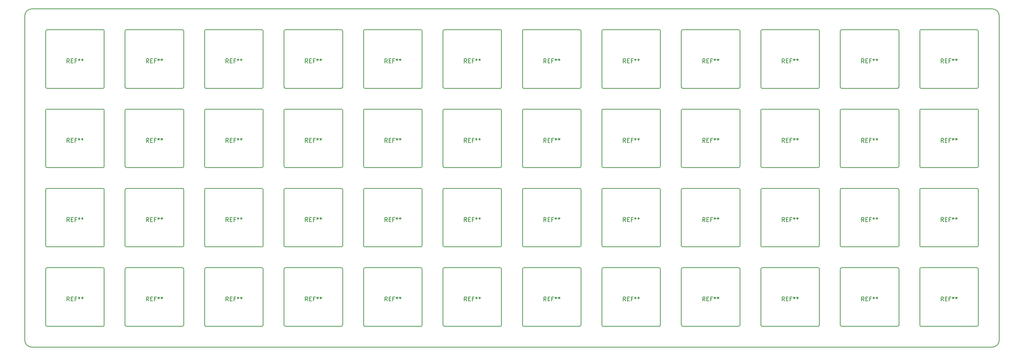
<source format=gm1>
G04 #@! TF.GenerationSoftware,KiCad,Pcbnew,5.0.1*
G04 #@! TF.CreationDate,2019-03-13T00:05:29-03:00*
G04 #@! TF.ProjectId,fullGrid,66756C6C477269642E6B696361645F70,V3.0.7*
G04 #@! TF.SameCoordinates,Original*
G04 #@! TF.FileFunction,Profile,NP*
%FSLAX46Y46*%
G04 Gerber Fmt 4.6, Leading zero omitted, Abs format (unit mm)*
G04 Created by KiCad (PCBNEW 5.0.1) date Wed 13 Mar 2019 12:05:29 AM -03*
%MOMM*%
%LPD*%
G01*
G04 APERTURE LIST*
%ADD10C,0.150000*%
G04 #@! TA.AperFunction,NonConductor*
%ADD11C,0.150000*%
G04 #@! TD*
G04 APERTURE END LIST*
D10*
X31939170Y-64000682D02*
G75*
G02X33720426Y-62219426I1781256J0D01*
G01*
X31939170Y-64000682D02*
X31939170Y-141485318D01*
X33720426Y-143266574D02*
G75*
G02X31939170Y-141485318I0J1781256D01*
G01*
X264986830Y-141485318D02*
X264986830Y-64000682D01*
X264986830Y-141485318D02*
G75*
G02X263205574Y-143266574I-1781256J0D01*
G01*
X263205574Y-62219426D02*
G75*
G02X264986830Y-64000682I0J-1781256D01*
G01*
X33720426Y-143266574D02*
X263205574Y-143266574D01*
X33720426Y-62219426D02*
X263205574Y-62219426D01*
D11*
G04 #@! TO.C,REF\002A\002A*
X151263000Y-100243000D02*
G75*
G02X150963000Y-99943000I0J300000D01*
G01*
X164963000Y-99943000D02*
G75*
G02X164663000Y-100243000I-300000J0D01*
G01*
X164663000Y-86243000D02*
G75*
G02X164963000Y-86543000I0J-300000D01*
G01*
X150963000Y-86543000D02*
G75*
G02X151263000Y-86243000I300000J0D01*
G01*
X164963000Y-99943000D02*
X164963000Y-86543000D01*
X151263000Y-100243000D02*
X164663000Y-100243000D01*
X150963000Y-86543000D02*
X150963000Y-99943000D01*
X164663000Y-86243000D02*
X151263000Y-86243000D01*
X145663000Y-86243000D02*
X132263000Y-86243000D01*
X131963000Y-86543000D02*
X131963000Y-99943000D01*
X132263000Y-100243000D02*
X145663000Y-100243000D01*
X145963000Y-99943000D02*
X145963000Y-86543000D01*
X131963000Y-86543000D02*
G75*
G02X132263000Y-86243000I300000J0D01*
G01*
X145663000Y-86243000D02*
G75*
G02X145963000Y-86543000I0J-300000D01*
G01*
X145963000Y-99943000D02*
G75*
G02X145663000Y-100243000I-300000J0D01*
G01*
X132263000Y-100243000D02*
G75*
G02X131963000Y-99943000I0J300000D01*
G01*
X113263000Y-100243000D02*
G75*
G02X112963000Y-99943000I0J300000D01*
G01*
X126963000Y-99943000D02*
G75*
G02X126663000Y-100243000I-300000J0D01*
G01*
X126663000Y-86243000D02*
G75*
G02X126963000Y-86543000I0J-300000D01*
G01*
X112963000Y-86543000D02*
G75*
G02X113263000Y-86243000I300000J0D01*
G01*
X126963000Y-99943000D02*
X126963000Y-86543000D01*
X113263000Y-100243000D02*
X126663000Y-100243000D01*
X112963000Y-86543000D02*
X112963000Y-99943000D01*
X126663000Y-86243000D02*
X113263000Y-86243000D01*
X107663000Y-86243000D02*
X94263000Y-86243000D01*
X93963000Y-86543000D02*
X93963000Y-99943000D01*
X94263000Y-100243000D02*
X107663000Y-100243000D01*
X107963000Y-99943000D02*
X107963000Y-86543000D01*
X93963000Y-86543000D02*
G75*
G02X94263000Y-86243000I300000J0D01*
G01*
X107663000Y-86243000D02*
G75*
G02X107963000Y-86543000I0J-300000D01*
G01*
X107963000Y-99943000D02*
G75*
G02X107663000Y-100243000I-300000J0D01*
G01*
X94263000Y-100243000D02*
G75*
G02X93963000Y-99943000I0J300000D01*
G01*
X75263000Y-100243000D02*
G75*
G02X74963000Y-99943000I0J300000D01*
G01*
X88963000Y-99943000D02*
G75*
G02X88663000Y-100243000I-300000J0D01*
G01*
X88663000Y-86243000D02*
G75*
G02X88963000Y-86543000I0J-300000D01*
G01*
X74963000Y-86543000D02*
G75*
G02X75263000Y-86243000I300000J0D01*
G01*
X88963000Y-99943000D02*
X88963000Y-86543000D01*
X75263000Y-100243000D02*
X88663000Y-100243000D01*
X74963000Y-86543000D02*
X74963000Y-99943000D01*
X88663000Y-86243000D02*
X75263000Y-86243000D01*
X69663000Y-86243000D02*
X56263000Y-86243000D01*
X55963000Y-86543000D02*
X55963000Y-99943000D01*
X56263000Y-100243000D02*
X69663000Y-100243000D01*
X69963000Y-99943000D02*
X69963000Y-86543000D01*
X55963000Y-86543000D02*
G75*
G02X56263000Y-86243000I300000J0D01*
G01*
X69663000Y-86243000D02*
G75*
G02X69963000Y-86543000I0J-300000D01*
G01*
X69963000Y-99943000D02*
G75*
G02X69663000Y-100243000I-300000J0D01*
G01*
X56263000Y-100243000D02*
G75*
G02X55963000Y-99943000I0J300000D01*
G01*
X37263000Y-100243000D02*
G75*
G02X36963000Y-99943000I0J300000D01*
G01*
X50963000Y-99943000D02*
G75*
G02X50663000Y-100243000I-300000J0D01*
G01*
X50663000Y-86243000D02*
G75*
G02X50963000Y-86543000I0J-300000D01*
G01*
X36963000Y-86543000D02*
G75*
G02X37263000Y-86243000I300000J0D01*
G01*
X50963000Y-99943000D02*
X50963000Y-86543000D01*
X37263000Y-100243000D02*
X50663000Y-100243000D01*
X36963000Y-86543000D02*
X36963000Y-99943000D01*
X50663000Y-86243000D02*
X37263000Y-86243000D01*
X183663000Y-86243000D02*
X170263000Y-86243000D01*
X169963000Y-86543000D02*
X169963000Y-99943000D01*
X170263000Y-100243000D02*
X183663000Y-100243000D01*
X183963000Y-99943000D02*
X183963000Y-86543000D01*
X169963000Y-86543000D02*
G75*
G02X170263000Y-86243000I300000J0D01*
G01*
X183663000Y-86243000D02*
G75*
G02X183963000Y-86543000I0J-300000D01*
G01*
X183963000Y-99943000D02*
G75*
G02X183663000Y-100243000I-300000J0D01*
G01*
X170263000Y-100243000D02*
G75*
G02X169963000Y-99943000I0J300000D01*
G01*
X189263000Y-100243000D02*
G75*
G02X188963000Y-99943000I0J300000D01*
G01*
X202963000Y-99943000D02*
G75*
G02X202663000Y-100243000I-300000J0D01*
G01*
X202663000Y-86243000D02*
G75*
G02X202963000Y-86543000I0J-300000D01*
G01*
X188963000Y-86543000D02*
G75*
G02X189263000Y-86243000I300000J0D01*
G01*
X202963000Y-99943000D02*
X202963000Y-86543000D01*
X189263000Y-100243000D02*
X202663000Y-100243000D01*
X188963000Y-86543000D02*
X188963000Y-99943000D01*
X202663000Y-86243000D02*
X189263000Y-86243000D01*
X221663000Y-86243000D02*
X208263000Y-86243000D01*
X207963000Y-86543000D02*
X207963000Y-99943000D01*
X208263000Y-100243000D02*
X221663000Y-100243000D01*
X221963000Y-99943000D02*
X221963000Y-86543000D01*
X207963000Y-86543000D02*
G75*
G02X208263000Y-86243000I300000J0D01*
G01*
X221663000Y-86243000D02*
G75*
G02X221963000Y-86543000I0J-300000D01*
G01*
X221963000Y-99943000D02*
G75*
G02X221663000Y-100243000I-300000J0D01*
G01*
X208263000Y-100243000D02*
G75*
G02X207963000Y-99943000I0J300000D01*
G01*
X227263000Y-100243000D02*
G75*
G02X226963000Y-99943000I0J300000D01*
G01*
X240963000Y-99943000D02*
G75*
G02X240663000Y-100243000I-300000J0D01*
G01*
X240663000Y-86243000D02*
G75*
G02X240963000Y-86543000I0J-300000D01*
G01*
X226963000Y-86543000D02*
G75*
G02X227263000Y-86243000I300000J0D01*
G01*
X240963000Y-99943000D02*
X240963000Y-86543000D01*
X227263000Y-100243000D02*
X240663000Y-100243000D01*
X226963000Y-86543000D02*
X226963000Y-99943000D01*
X240663000Y-86243000D02*
X227263000Y-86243000D01*
X259663000Y-86243000D02*
X246263000Y-86243000D01*
X245963000Y-86543000D02*
X245963000Y-99943000D01*
X246263000Y-100243000D02*
X259663000Y-100243000D01*
X259963000Y-99943000D02*
X259963000Y-86543000D01*
X245963000Y-86543000D02*
G75*
G02X246263000Y-86243000I300000J0D01*
G01*
X259663000Y-86243000D02*
G75*
G02X259963000Y-86543000I0J-300000D01*
G01*
X259963000Y-99943000D02*
G75*
G02X259663000Y-100243000I-300000J0D01*
G01*
X246263000Y-100243000D02*
G75*
G02X245963000Y-99943000I0J300000D01*
G01*
X50663000Y-67243000D02*
X37263000Y-67243000D01*
X36963000Y-67543000D02*
X36963000Y-80943000D01*
X37263000Y-81243000D02*
X50663000Y-81243000D01*
X50963000Y-80943000D02*
X50963000Y-67543000D01*
X36963000Y-67543000D02*
G75*
G02X37263000Y-67243000I300000J0D01*
G01*
X50663000Y-67243000D02*
G75*
G02X50963000Y-67543000I0J-300000D01*
G01*
X50963000Y-80943000D02*
G75*
G02X50663000Y-81243000I-300000J0D01*
G01*
X37263000Y-81243000D02*
G75*
G02X36963000Y-80943000I0J300000D01*
G01*
X208263000Y-81243000D02*
G75*
G02X207963000Y-80943000I0J300000D01*
G01*
X221963000Y-80943000D02*
G75*
G02X221663000Y-81243000I-300000J0D01*
G01*
X221663000Y-67243000D02*
G75*
G02X221963000Y-67543000I0J-300000D01*
G01*
X207963000Y-67543000D02*
G75*
G02X208263000Y-67243000I300000J0D01*
G01*
X221963000Y-80943000D02*
X221963000Y-67543000D01*
X208263000Y-81243000D02*
X221663000Y-81243000D01*
X207963000Y-67543000D02*
X207963000Y-80943000D01*
X221663000Y-67243000D02*
X208263000Y-67243000D01*
X56263000Y-81243000D02*
G75*
G02X55963000Y-80943000I0J300000D01*
G01*
X69963000Y-80943000D02*
G75*
G02X69663000Y-81243000I-300000J0D01*
G01*
X69663000Y-67243000D02*
G75*
G02X69963000Y-67543000I0J-300000D01*
G01*
X55963000Y-67543000D02*
G75*
G02X56263000Y-67243000I300000J0D01*
G01*
X69963000Y-80943000D02*
X69963000Y-67543000D01*
X56263000Y-81243000D02*
X69663000Y-81243000D01*
X55963000Y-67543000D02*
X55963000Y-80943000D01*
X69663000Y-67243000D02*
X56263000Y-67243000D01*
X88663000Y-67243000D02*
X75263000Y-67243000D01*
X74963000Y-67543000D02*
X74963000Y-80943000D01*
X75263000Y-81243000D02*
X88663000Y-81243000D01*
X88963000Y-80943000D02*
X88963000Y-67543000D01*
X74963000Y-67543000D02*
G75*
G02X75263000Y-67243000I300000J0D01*
G01*
X88663000Y-67243000D02*
G75*
G02X88963000Y-67543000I0J-300000D01*
G01*
X88963000Y-80943000D02*
G75*
G02X88663000Y-81243000I-300000J0D01*
G01*
X75263000Y-81243000D02*
G75*
G02X74963000Y-80943000I0J300000D01*
G01*
X246263000Y-81243000D02*
G75*
G02X245963000Y-80943000I0J300000D01*
G01*
X259963000Y-80943000D02*
G75*
G02X259663000Y-81243000I-300000J0D01*
G01*
X259663000Y-67243000D02*
G75*
G02X259963000Y-67543000I0J-300000D01*
G01*
X245963000Y-67543000D02*
G75*
G02X246263000Y-67243000I300000J0D01*
G01*
X259963000Y-80943000D02*
X259963000Y-67543000D01*
X246263000Y-81243000D02*
X259663000Y-81243000D01*
X245963000Y-67543000D02*
X245963000Y-80943000D01*
X259663000Y-67243000D02*
X246263000Y-67243000D01*
X170263000Y-81243000D02*
G75*
G02X169963000Y-80943000I0J300000D01*
G01*
X183963000Y-80943000D02*
G75*
G02X183663000Y-81243000I-300000J0D01*
G01*
X183663000Y-67243000D02*
G75*
G02X183963000Y-67543000I0J-300000D01*
G01*
X169963000Y-67543000D02*
G75*
G02X170263000Y-67243000I300000J0D01*
G01*
X183963000Y-80943000D02*
X183963000Y-67543000D01*
X170263000Y-81243000D02*
X183663000Y-81243000D01*
X169963000Y-67543000D02*
X169963000Y-80943000D01*
X183663000Y-67243000D02*
X170263000Y-67243000D01*
X202663000Y-67243000D02*
X189263000Y-67243000D01*
X188963000Y-67543000D02*
X188963000Y-80943000D01*
X189263000Y-81243000D02*
X202663000Y-81243000D01*
X202963000Y-80943000D02*
X202963000Y-67543000D01*
X188963000Y-67543000D02*
G75*
G02X189263000Y-67243000I300000J0D01*
G01*
X202663000Y-67243000D02*
G75*
G02X202963000Y-67543000I0J-300000D01*
G01*
X202963000Y-80943000D02*
G75*
G02X202663000Y-81243000I-300000J0D01*
G01*
X189263000Y-81243000D02*
G75*
G02X188963000Y-80943000I0J300000D01*
G01*
X94263000Y-81243000D02*
G75*
G02X93963000Y-80943000I0J300000D01*
G01*
X107963000Y-80943000D02*
G75*
G02X107663000Y-81243000I-300000J0D01*
G01*
X107663000Y-67243000D02*
G75*
G02X107963000Y-67543000I0J-300000D01*
G01*
X93963000Y-67543000D02*
G75*
G02X94263000Y-67243000I300000J0D01*
G01*
X107963000Y-80943000D02*
X107963000Y-67543000D01*
X94263000Y-81243000D02*
X107663000Y-81243000D01*
X93963000Y-67543000D02*
X93963000Y-80943000D01*
X107663000Y-67243000D02*
X94263000Y-67243000D01*
X132263000Y-81243000D02*
G75*
G02X131963000Y-80943000I0J300000D01*
G01*
X145963000Y-80943000D02*
G75*
G02X145663000Y-81243000I-300000J0D01*
G01*
X145663000Y-67243000D02*
G75*
G02X145963000Y-67543000I0J-300000D01*
G01*
X131963000Y-67543000D02*
G75*
G02X132263000Y-67243000I300000J0D01*
G01*
X145963000Y-80943000D02*
X145963000Y-67543000D01*
X132263000Y-81243000D02*
X145663000Y-81243000D01*
X131963000Y-67543000D02*
X131963000Y-80943000D01*
X145663000Y-67243000D02*
X132263000Y-67243000D01*
X164663000Y-67243000D02*
X151263000Y-67243000D01*
X150963000Y-67543000D02*
X150963000Y-80943000D01*
X151263000Y-81243000D02*
X164663000Y-81243000D01*
X164963000Y-80943000D02*
X164963000Y-67543000D01*
X150963000Y-67543000D02*
G75*
G02X151263000Y-67243000I300000J0D01*
G01*
X164663000Y-67243000D02*
G75*
G02X164963000Y-67543000I0J-300000D01*
G01*
X164963000Y-80943000D02*
G75*
G02X164663000Y-81243000I-300000J0D01*
G01*
X151263000Y-81243000D02*
G75*
G02X150963000Y-80943000I0J300000D01*
G01*
X126663000Y-67243000D02*
X113263000Y-67243000D01*
X112963000Y-67543000D02*
X112963000Y-80943000D01*
X113263000Y-81243000D02*
X126663000Y-81243000D01*
X126963000Y-80943000D02*
X126963000Y-67543000D01*
X112963000Y-67543000D02*
G75*
G02X113263000Y-67243000I300000J0D01*
G01*
X126663000Y-67243000D02*
G75*
G02X126963000Y-67543000I0J-300000D01*
G01*
X126963000Y-80943000D02*
G75*
G02X126663000Y-81243000I-300000J0D01*
G01*
X113263000Y-81243000D02*
G75*
G02X112963000Y-80943000I0J300000D01*
G01*
X113263000Y-119243000D02*
G75*
G02X112963000Y-118943000I0J300000D01*
G01*
X126963000Y-118943000D02*
G75*
G02X126663000Y-119243000I-300000J0D01*
G01*
X126663000Y-105243000D02*
G75*
G02X126963000Y-105543000I0J-300000D01*
G01*
X112963000Y-105543000D02*
G75*
G02X113263000Y-105243000I300000J0D01*
G01*
X126963000Y-118943000D02*
X126963000Y-105543000D01*
X113263000Y-119243000D02*
X126663000Y-119243000D01*
X112963000Y-105543000D02*
X112963000Y-118943000D01*
X126663000Y-105243000D02*
X113263000Y-105243000D01*
X221663000Y-105243000D02*
X208263000Y-105243000D01*
X207963000Y-105543000D02*
X207963000Y-118943000D01*
X208263000Y-119243000D02*
X221663000Y-119243000D01*
X221963000Y-118943000D02*
X221963000Y-105543000D01*
X207963000Y-105543000D02*
G75*
G02X208263000Y-105243000I300000J0D01*
G01*
X221663000Y-105243000D02*
G75*
G02X221963000Y-105543000I0J-300000D01*
G01*
X221963000Y-118943000D02*
G75*
G02X221663000Y-119243000I-300000J0D01*
G01*
X208263000Y-119243000D02*
G75*
G02X207963000Y-118943000I0J300000D01*
G01*
X107663000Y-105243000D02*
X94263000Y-105243000D01*
X93963000Y-105543000D02*
X93963000Y-118943000D01*
X94263000Y-119243000D02*
X107663000Y-119243000D01*
X107963000Y-118943000D02*
X107963000Y-105543000D01*
X93963000Y-105543000D02*
G75*
G02X94263000Y-105243000I300000J0D01*
G01*
X107663000Y-105243000D02*
G75*
G02X107963000Y-105543000I0J-300000D01*
G01*
X107963000Y-118943000D02*
G75*
G02X107663000Y-119243000I-300000J0D01*
G01*
X94263000Y-119243000D02*
G75*
G02X93963000Y-118943000I0J300000D01*
G01*
X151263000Y-119243000D02*
G75*
G02X150963000Y-118943000I0J300000D01*
G01*
X164963000Y-118943000D02*
G75*
G02X164663000Y-119243000I-300000J0D01*
G01*
X164663000Y-105243000D02*
G75*
G02X164963000Y-105543000I0J-300000D01*
G01*
X150963000Y-105543000D02*
G75*
G02X151263000Y-105243000I300000J0D01*
G01*
X164963000Y-118943000D02*
X164963000Y-105543000D01*
X151263000Y-119243000D02*
X164663000Y-119243000D01*
X150963000Y-105543000D02*
X150963000Y-118943000D01*
X164663000Y-105243000D02*
X151263000Y-105243000D01*
X145663000Y-105243000D02*
X132263000Y-105243000D01*
X131963000Y-105543000D02*
X131963000Y-118943000D01*
X132263000Y-119243000D02*
X145663000Y-119243000D01*
X145963000Y-118943000D02*
X145963000Y-105543000D01*
X131963000Y-105543000D02*
G75*
G02X132263000Y-105243000I300000J0D01*
G01*
X145663000Y-105243000D02*
G75*
G02X145963000Y-105543000I0J-300000D01*
G01*
X145963000Y-118943000D02*
G75*
G02X145663000Y-119243000I-300000J0D01*
G01*
X132263000Y-119243000D02*
G75*
G02X131963000Y-118943000I0J300000D01*
G01*
X37263000Y-119243000D02*
G75*
G02X36963000Y-118943000I0J300000D01*
G01*
X50963000Y-118943000D02*
G75*
G02X50663000Y-119243000I-300000J0D01*
G01*
X50663000Y-105243000D02*
G75*
G02X50963000Y-105543000I0J-300000D01*
G01*
X36963000Y-105543000D02*
G75*
G02X37263000Y-105243000I300000J0D01*
G01*
X50963000Y-118943000D02*
X50963000Y-105543000D01*
X37263000Y-119243000D02*
X50663000Y-119243000D01*
X36963000Y-105543000D02*
X36963000Y-118943000D01*
X50663000Y-105243000D02*
X37263000Y-105243000D01*
X69663000Y-105243000D02*
X56263000Y-105243000D01*
X55963000Y-105543000D02*
X55963000Y-118943000D01*
X56263000Y-119243000D02*
X69663000Y-119243000D01*
X69963000Y-118943000D02*
X69963000Y-105543000D01*
X55963000Y-105543000D02*
G75*
G02X56263000Y-105243000I300000J0D01*
G01*
X69663000Y-105243000D02*
G75*
G02X69963000Y-105543000I0J-300000D01*
G01*
X69963000Y-118943000D02*
G75*
G02X69663000Y-119243000I-300000J0D01*
G01*
X56263000Y-119243000D02*
G75*
G02X55963000Y-118943000I0J300000D01*
G01*
X183663000Y-105243000D02*
X170263000Y-105243000D01*
X169963000Y-105543000D02*
X169963000Y-118943000D01*
X170263000Y-119243000D02*
X183663000Y-119243000D01*
X183963000Y-118943000D02*
X183963000Y-105543000D01*
X169963000Y-105543000D02*
G75*
G02X170263000Y-105243000I300000J0D01*
G01*
X183663000Y-105243000D02*
G75*
G02X183963000Y-105543000I0J-300000D01*
G01*
X183963000Y-118943000D02*
G75*
G02X183663000Y-119243000I-300000J0D01*
G01*
X170263000Y-119243000D02*
G75*
G02X169963000Y-118943000I0J300000D01*
G01*
X75263000Y-119243000D02*
G75*
G02X74963000Y-118943000I0J300000D01*
G01*
X88963000Y-118943000D02*
G75*
G02X88663000Y-119243000I-300000J0D01*
G01*
X88663000Y-105243000D02*
G75*
G02X88963000Y-105543000I0J-300000D01*
G01*
X74963000Y-105543000D02*
G75*
G02X75263000Y-105243000I300000J0D01*
G01*
X88963000Y-118943000D02*
X88963000Y-105543000D01*
X75263000Y-119243000D02*
X88663000Y-119243000D01*
X74963000Y-105543000D02*
X74963000Y-118943000D01*
X88663000Y-105243000D02*
X75263000Y-105243000D01*
X259663000Y-105243000D02*
X246263000Y-105243000D01*
X245963000Y-105543000D02*
X245963000Y-118943000D01*
X246263000Y-119243000D02*
X259663000Y-119243000D01*
X259963000Y-118943000D02*
X259963000Y-105543000D01*
X245963000Y-105543000D02*
G75*
G02X246263000Y-105243000I300000J0D01*
G01*
X259663000Y-105243000D02*
G75*
G02X259963000Y-105543000I0J-300000D01*
G01*
X259963000Y-118943000D02*
G75*
G02X259663000Y-119243000I-300000J0D01*
G01*
X246263000Y-119243000D02*
G75*
G02X245963000Y-118943000I0J300000D01*
G01*
X189263000Y-119243000D02*
G75*
G02X188963000Y-118943000I0J300000D01*
G01*
X202963000Y-118943000D02*
G75*
G02X202663000Y-119243000I-300000J0D01*
G01*
X202663000Y-105243000D02*
G75*
G02X202963000Y-105543000I0J-300000D01*
G01*
X188963000Y-105543000D02*
G75*
G02X189263000Y-105243000I300000J0D01*
G01*
X202963000Y-118943000D02*
X202963000Y-105543000D01*
X189263000Y-119243000D02*
X202663000Y-119243000D01*
X188963000Y-105543000D02*
X188963000Y-118943000D01*
X202663000Y-105243000D02*
X189263000Y-105243000D01*
X50663000Y-124243000D02*
X37263000Y-124243000D01*
X36963000Y-124543000D02*
X36963000Y-137943000D01*
X37263000Y-138243000D02*
X50663000Y-138243000D01*
X50963000Y-137943000D02*
X50963000Y-124543000D01*
X36963000Y-124543000D02*
G75*
G02X37263000Y-124243000I300000J0D01*
G01*
X50663000Y-124243000D02*
G75*
G02X50963000Y-124543000I0J-300000D01*
G01*
X50963000Y-137943000D02*
G75*
G02X50663000Y-138243000I-300000J0D01*
G01*
X37263000Y-138243000D02*
G75*
G02X36963000Y-137943000I0J300000D01*
G01*
X56263000Y-138243000D02*
G75*
G02X55963000Y-137943000I0J300000D01*
G01*
X69963000Y-137943000D02*
G75*
G02X69663000Y-138243000I-300000J0D01*
G01*
X69663000Y-124243000D02*
G75*
G02X69963000Y-124543000I0J-300000D01*
G01*
X55963000Y-124543000D02*
G75*
G02X56263000Y-124243000I300000J0D01*
G01*
X69963000Y-137943000D02*
X69963000Y-124543000D01*
X56263000Y-138243000D02*
X69663000Y-138243000D01*
X55963000Y-124543000D02*
X55963000Y-137943000D01*
X69663000Y-124243000D02*
X56263000Y-124243000D01*
X208263000Y-138243000D02*
G75*
G02X207963000Y-137943000I0J300000D01*
G01*
X221963000Y-137943000D02*
G75*
G02X221663000Y-138243000I-300000J0D01*
G01*
X221663000Y-124243000D02*
G75*
G02X221963000Y-124543000I0J-300000D01*
G01*
X207963000Y-124543000D02*
G75*
G02X208263000Y-124243000I300000J0D01*
G01*
X221963000Y-137943000D02*
X221963000Y-124543000D01*
X208263000Y-138243000D02*
X221663000Y-138243000D01*
X207963000Y-124543000D02*
X207963000Y-137943000D01*
X221663000Y-124243000D02*
X208263000Y-124243000D01*
X126663000Y-124243000D02*
X113263000Y-124243000D01*
X112963000Y-124543000D02*
X112963000Y-137943000D01*
X113263000Y-138243000D02*
X126663000Y-138243000D01*
X126963000Y-137943000D02*
X126963000Y-124543000D01*
X112963000Y-124543000D02*
G75*
G02X113263000Y-124243000I300000J0D01*
G01*
X126663000Y-124243000D02*
G75*
G02X126963000Y-124543000I0J-300000D01*
G01*
X126963000Y-137943000D02*
G75*
G02X126663000Y-138243000I-300000J0D01*
G01*
X113263000Y-138243000D02*
G75*
G02X112963000Y-137943000I0J300000D01*
G01*
X94263000Y-138243000D02*
G75*
G02X93963000Y-137943000I0J300000D01*
G01*
X107963000Y-137943000D02*
G75*
G02X107663000Y-138243000I-300000J0D01*
G01*
X107663000Y-124243000D02*
G75*
G02X107963000Y-124543000I0J-300000D01*
G01*
X93963000Y-124543000D02*
G75*
G02X94263000Y-124243000I300000J0D01*
G01*
X107963000Y-137943000D02*
X107963000Y-124543000D01*
X94263000Y-138243000D02*
X107663000Y-138243000D01*
X93963000Y-124543000D02*
X93963000Y-137943000D01*
X107663000Y-124243000D02*
X94263000Y-124243000D01*
X132263000Y-138243000D02*
G75*
G02X131963000Y-137943000I0J300000D01*
G01*
X145963000Y-137943000D02*
G75*
G02X145663000Y-138243000I-300000J0D01*
G01*
X145663000Y-124243000D02*
G75*
G02X145963000Y-124543000I0J-300000D01*
G01*
X131963000Y-124543000D02*
G75*
G02X132263000Y-124243000I300000J0D01*
G01*
X145963000Y-137943000D02*
X145963000Y-124543000D01*
X132263000Y-138243000D02*
X145663000Y-138243000D01*
X131963000Y-124543000D02*
X131963000Y-137943000D01*
X145663000Y-124243000D02*
X132263000Y-124243000D01*
X170263000Y-138243000D02*
G75*
G02X169963000Y-137943000I0J300000D01*
G01*
X183963000Y-137943000D02*
G75*
G02X183663000Y-138243000I-300000J0D01*
G01*
X183663000Y-124243000D02*
G75*
G02X183963000Y-124543000I0J-300000D01*
G01*
X169963000Y-124543000D02*
G75*
G02X170263000Y-124243000I300000J0D01*
G01*
X183963000Y-137943000D02*
X183963000Y-124543000D01*
X170263000Y-138243000D02*
X183663000Y-138243000D01*
X169963000Y-124543000D02*
X169963000Y-137943000D01*
X183663000Y-124243000D02*
X170263000Y-124243000D01*
X202663000Y-124243000D02*
X189263000Y-124243000D01*
X188963000Y-124543000D02*
X188963000Y-137943000D01*
X189263000Y-138243000D02*
X202663000Y-138243000D01*
X202963000Y-137943000D02*
X202963000Y-124543000D01*
X188963000Y-124543000D02*
G75*
G02X189263000Y-124243000I300000J0D01*
G01*
X202663000Y-124243000D02*
G75*
G02X202963000Y-124543000I0J-300000D01*
G01*
X202963000Y-137943000D02*
G75*
G02X202663000Y-138243000I-300000J0D01*
G01*
X189263000Y-138243000D02*
G75*
G02X188963000Y-137943000I0J300000D01*
G01*
X164663000Y-124243000D02*
X151263000Y-124243000D01*
X150963000Y-124543000D02*
X150963000Y-137943000D01*
X151263000Y-138243000D02*
X164663000Y-138243000D01*
X164963000Y-137943000D02*
X164963000Y-124543000D01*
X150963000Y-124543000D02*
G75*
G02X151263000Y-124243000I300000J0D01*
G01*
X164663000Y-124243000D02*
G75*
G02X164963000Y-124543000I0J-300000D01*
G01*
X164963000Y-137943000D02*
G75*
G02X164663000Y-138243000I-300000J0D01*
G01*
X151263000Y-138243000D02*
G75*
G02X150963000Y-137943000I0J300000D01*
G01*
X246263000Y-138243000D02*
G75*
G02X245963000Y-137943000I0J300000D01*
G01*
X259963000Y-137943000D02*
G75*
G02X259663000Y-138243000I-300000J0D01*
G01*
X259663000Y-124243000D02*
G75*
G02X259963000Y-124543000I0J-300000D01*
G01*
X245963000Y-124543000D02*
G75*
G02X246263000Y-124243000I300000J0D01*
G01*
X259963000Y-137943000D02*
X259963000Y-124543000D01*
X246263000Y-138243000D02*
X259663000Y-138243000D01*
X245963000Y-124543000D02*
X245963000Y-137943000D01*
X259663000Y-124243000D02*
X246263000Y-124243000D01*
X88663000Y-124243000D02*
X75263000Y-124243000D01*
X74963000Y-124543000D02*
X74963000Y-137943000D01*
X75263000Y-138243000D02*
X88663000Y-138243000D01*
X88963000Y-137943000D02*
X88963000Y-124543000D01*
X74963000Y-124543000D02*
G75*
G02X75263000Y-124243000I300000J0D01*
G01*
X88663000Y-124243000D02*
G75*
G02X88963000Y-124543000I0J-300000D01*
G01*
X88963000Y-137943000D02*
G75*
G02X88663000Y-138243000I-300000J0D01*
G01*
X75263000Y-138243000D02*
G75*
G02X74963000Y-137943000I0J300000D01*
G01*
X240663000Y-67243000D02*
X227263000Y-67243000D01*
X226963000Y-67543000D02*
X226963000Y-80943000D01*
X227263000Y-81243000D02*
X240663000Y-81243000D01*
X240963000Y-80943000D02*
X240963000Y-67543000D01*
X226963000Y-67543000D02*
G75*
G02X227263000Y-67243000I300000J0D01*
G01*
X240663000Y-67243000D02*
G75*
G02X240963000Y-67543000I0J-300000D01*
G01*
X240963000Y-80943000D02*
G75*
G02X240663000Y-81243000I-300000J0D01*
G01*
X227263000Y-81243000D02*
G75*
G02X226963000Y-80943000I0J300000D01*
G01*
X227263000Y-119243000D02*
G75*
G02X226963000Y-118943000I0J300000D01*
G01*
X240963000Y-118943000D02*
G75*
G02X240663000Y-119243000I-300000J0D01*
G01*
X240663000Y-105243000D02*
G75*
G02X240963000Y-105543000I0J-300000D01*
G01*
X226963000Y-105543000D02*
G75*
G02X227263000Y-105243000I300000J0D01*
G01*
X240963000Y-118943000D02*
X240963000Y-105543000D01*
X227263000Y-119243000D02*
X240663000Y-119243000D01*
X226963000Y-105543000D02*
X226963000Y-118943000D01*
X240663000Y-105243000D02*
X227263000Y-105243000D01*
X240663000Y-124243000D02*
X227263000Y-124243000D01*
X226963000Y-124543000D02*
X226963000Y-137943000D01*
X227263000Y-138243000D02*
X240663000Y-138243000D01*
X240963000Y-137943000D02*
X240963000Y-124543000D01*
X226963000Y-124543000D02*
G75*
G02X227263000Y-124243000I300000J0D01*
G01*
X240663000Y-124243000D02*
G75*
G02X240963000Y-124543000I0J-300000D01*
G01*
X240963000Y-137943000D02*
G75*
G02X240663000Y-138243000I-300000J0D01*
G01*
X227263000Y-138243000D02*
G75*
G02X226963000Y-137943000I0J300000D01*
G01*
G04 #@! TD*
G04 #@! TO.C,REF\002A\002A*
D10*
X156629666Y-94195380D02*
X156296333Y-93719190D01*
X156058238Y-94195380D02*
X156058238Y-93195380D01*
X156439190Y-93195380D01*
X156534428Y-93243000D01*
X156582047Y-93290619D01*
X156629666Y-93385857D01*
X156629666Y-93528714D01*
X156582047Y-93623952D01*
X156534428Y-93671571D01*
X156439190Y-93719190D01*
X156058238Y-93719190D01*
X157058238Y-93671571D02*
X157391571Y-93671571D01*
X157534428Y-94195380D02*
X157058238Y-94195380D01*
X157058238Y-93195380D01*
X157534428Y-93195380D01*
X158296333Y-93671571D02*
X157963000Y-93671571D01*
X157963000Y-94195380D02*
X157963000Y-93195380D01*
X158439190Y-93195380D01*
X158963000Y-93195380D02*
X158963000Y-93433476D01*
X158724904Y-93338238D02*
X158963000Y-93433476D01*
X159201095Y-93338238D01*
X158820142Y-93623952D02*
X158963000Y-93433476D01*
X159105857Y-93623952D01*
X159724904Y-93195380D02*
X159724904Y-93433476D01*
X159486809Y-93338238D02*
X159724904Y-93433476D01*
X159963000Y-93338238D01*
X159582047Y-93623952D02*
X159724904Y-93433476D01*
X159867761Y-93623952D01*
X137629666Y-94195380D02*
X137296333Y-93719190D01*
X137058238Y-94195380D02*
X137058238Y-93195380D01*
X137439190Y-93195380D01*
X137534428Y-93243000D01*
X137582047Y-93290619D01*
X137629666Y-93385857D01*
X137629666Y-93528714D01*
X137582047Y-93623952D01*
X137534428Y-93671571D01*
X137439190Y-93719190D01*
X137058238Y-93719190D01*
X138058238Y-93671571D02*
X138391571Y-93671571D01*
X138534428Y-94195380D02*
X138058238Y-94195380D01*
X138058238Y-93195380D01*
X138534428Y-93195380D01*
X139296333Y-93671571D02*
X138963000Y-93671571D01*
X138963000Y-94195380D02*
X138963000Y-93195380D01*
X139439190Y-93195380D01*
X139963000Y-93195380D02*
X139963000Y-93433476D01*
X139724904Y-93338238D02*
X139963000Y-93433476D01*
X140201095Y-93338238D01*
X139820142Y-93623952D02*
X139963000Y-93433476D01*
X140105857Y-93623952D01*
X140724904Y-93195380D02*
X140724904Y-93433476D01*
X140486809Y-93338238D02*
X140724904Y-93433476D01*
X140963000Y-93338238D01*
X140582047Y-93623952D02*
X140724904Y-93433476D01*
X140867761Y-93623952D01*
X118629666Y-94195380D02*
X118296333Y-93719190D01*
X118058238Y-94195380D02*
X118058238Y-93195380D01*
X118439190Y-93195380D01*
X118534428Y-93243000D01*
X118582047Y-93290619D01*
X118629666Y-93385857D01*
X118629666Y-93528714D01*
X118582047Y-93623952D01*
X118534428Y-93671571D01*
X118439190Y-93719190D01*
X118058238Y-93719190D01*
X119058238Y-93671571D02*
X119391571Y-93671571D01*
X119534428Y-94195380D02*
X119058238Y-94195380D01*
X119058238Y-93195380D01*
X119534428Y-93195380D01*
X120296333Y-93671571D02*
X119963000Y-93671571D01*
X119963000Y-94195380D02*
X119963000Y-93195380D01*
X120439190Y-93195380D01*
X120963000Y-93195380D02*
X120963000Y-93433476D01*
X120724904Y-93338238D02*
X120963000Y-93433476D01*
X121201095Y-93338238D01*
X120820142Y-93623952D02*
X120963000Y-93433476D01*
X121105857Y-93623952D01*
X121724904Y-93195380D02*
X121724904Y-93433476D01*
X121486809Y-93338238D02*
X121724904Y-93433476D01*
X121963000Y-93338238D01*
X121582047Y-93623952D02*
X121724904Y-93433476D01*
X121867761Y-93623952D01*
X99629666Y-94195380D02*
X99296333Y-93719190D01*
X99058238Y-94195380D02*
X99058238Y-93195380D01*
X99439190Y-93195380D01*
X99534428Y-93243000D01*
X99582047Y-93290619D01*
X99629666Y-93385857D01*
X99629666Y-93528714D01*
X99582047Y-93623952D01*
X99534428Y-93671571D01*
X99439190Y-93719190D01*
X99058238Y-93719190D01*
X100058238Y-93671571D02*
X100391571Y-93671571D01*
X100534428Y-94195380D02*
X100058238Y-94195380D01*
X100058238Y-93195380D01*
X100534428Y-93195380D01*
X101296333Y-93671571D02*
X100963000Y-93671571D01*
X100963000Y-94195380D02*
X100963000Y-93195380D01*
X101439190Y-93195380D01*
X101963000Y-93195380D02*
X101963000Y-93433476D01*
X101724904Y-93338238D02*
X101963000Y-93433476D01*
X102201095Y-93338238D01*
X101820142Y-93623952D02*
X101963000Y-93433476D01*
X102105857Y-93623952D01*
X102724904Y-93195380D02*
X102724904Y-93433476D01*
X102486809Y-93338238D02*
X102724904Y-93433476D01*
X102963000Y-93338238D01*
X102582047Y-93623952D02*
X102724904Y-93433476D01*
X102867761Y-93623952D01*
X80629666Y-94195380D02*
X80296333Y-93719190D01*
X80058238Y-94195380D02*
X80058238Y-93195380D01*
X80439190Y-93195380D01*
X80534428Y-93243000D01*
X80582047Y-93290619D01*
X80629666Y-93385857D01*
X80629666Y-93528714D01*
X80582047Y-93623952D01*
X80534428Y-93671571D01*
X80439190Y-93719190D01*
X80058238Y-93719190D01*
X81058238Y-93671571D02*
X81391571Y-93671571D01*
X81534428Y-94195380D02*
X81058238Y-94195380D01*
X81058238Y-93195380D01*
X81534428Y-93195380D01*
X82296333Y-93671571D02*
X81963000Y-93671571D01*
X81963000Y-94195380D02*
X81963000Y-93195380D01*
X82439190Y-93195380D01*
X82963000Y-93195380D02*
X82963000Y-93433476D01*
X82724904Y-93338238D02*
X82963000Y-93433476D01*
X83201095Y-93338238D01*
X82820142Y-93623952D02*
X82963000Y-93433476D01*
X83105857Y-93623952D01*
X83724904Y-93195380D02*
X83724904Y-93433476D01*
X83486809Y-93338238D02*
X83724904Y-93433476D01*
X83963000Y-93338238D01*
X83582047Y-93623952D02*
X83724904Y-93433476D01*
X83867761Y-93623952D01*
X61629666Y-94195380D02*
X61296333Y-93719190D01*
X61058238Y-94195380D02*
X61058238Y-93195380D01*
X61439190Y-93195380D01*
X61534428Y-93243000D01*
X61582047Y-93290619D01*
X61629666Y-93385857D01*
X61629666Y-93528714D01*
X61582047Y-93623952D01*
X61534428Y-93671571D01*
X61439190Y-93719190D01*
X61058238Y-93719190D01*
X62058238Y-93671571D02*
X62391571Y-93671571D01*
X62534428Y-94195380D02*
X62058238Y-94195380D01*
X62058238Y-93195380D01*
X62534428Y-93195380D01*
X63296333Y-93671571D02*
X62963000Y-93671571D01*
X62963000Y-94195380D02*
X62963000Y-93195380D01*
X63439190Y-93195380D01*
X63963000Y-93195380D02*
X63963000Y-93433476D01*
X63724904Y-93338238D02*
X63963000Y-93433476D01*
X64201095Y-93338238D01*
X63820142Y-93623952D02*
X63963000Y-93433476D01*
X64105857Y-93623952D01*
X64724904Y-93195380D02*
X64724904Y-93433476D01*
X64486809Y-93338238D02*
X64724904Y-93433476D01*
X64963000Y-93338238D01*
X64582047Y-93623952D02*
X64724904Y-93433476D01*
X64867761Y-93623952D01*
X42629666Y-94195380D02*
X42296333Y-93719190D01*
X42058238Y-94195380D02*
X42058238Y-93195380D01*
X42439190Y-93195380D01*
X42534428Y-93243000D01*
X42582047Y-93290619D01*
X42629666Y-93385857D01*
X42629666Y-93528714D01*
X42582047Y-93623952D01*
X42534428Y-93671571D01*
X42439190Y-93719190D01*
X42058238Y-93719190D01*
X43058238Y-93671571D02*
X43391571Y-93671571D01*
X43534428Y-94195380D02*
X43058238Y-94195380D01*
X43058238Y-93195380D01*
X43534428Y-93195380D01*
X44296333Y-93671571D02*
X43963000Y-93671571D01*
X43963000Y-94195380D02*
X43963000Y-93195380D01*
X44439190Y-93195380D01*
X44963000Y-93195380D02*
X44963000Y-93433476D01*
X44724904Y-93338238D02*
X44963000Y-93433476D01*
X45201095Y-93338238D01*
X44820142Y-93623952D02*
X44963000Y-93433476D01*
X45105857Y-93623952D01*
X45724904Y-93195380D02*
X45724904Y-93433476D01*
X45486809Y-93338238D02*
X45724904Y-93433476D01*
X45963000Y-93338238D01*
X45582047Y-93623952D02*
X45724904Y-93433476D01*
X45867761Y-93623952D01*
X175629666Y-94195380D02*
X175296333Y-93719190D01*
X175058238Y-94195380D02*
X175058238Y-93195380D01*
X175439190Y-93195380D01*
X175534428Y-93243000D01*
X175582047Y-93290619D01*
X175629666Y-93385857D01*
X175629666Y-93528714D01*
X175582047Y-93623952D01*
X175534428Y-93671571D01*
X175439190Y-93719190D01*
X175058238Y-93719190D01*
X176058238Y-93671571D02*
X176391571Y-93671571D01*
X176534428Y-94195380D02*
X176058238Y-94195380D01*
X176058238Y-93195380D01*
X176534428Y-93195380D01*
X177296333Y-93671571D02*
X176963000Y-93671571D01*
X176963000Y-94195380D02*
X176963000Y-93195380D01*
X177439190Y-93195380D01*
X177963000Y-93195380D02*
X177963000Y-93433476D01*
X177724904Y-93338238D02*
X177963000Y-93433476D01*
X178201095Y-93338238D01*
X177820142Y-93623952D02*
X177963000Y-93433476D01*
X178105857Y-93623952D01*
X178724904Y-93195380D02*
X178724904Y-93433476D01*
X178486809Y-93338238D02*
X178724904Y-93433476D01*
X178963000Y-93338238D01*
X178582047Y-93623952D02*
X178724904Y-93433476D01*
X178867761Y-93623952D01*
X194629666Y-94195380D02*
X194296333Y-93719190D01*
X194058238Y-94195380D02*
X194058238Y-93195380D01*
X194439190Y-93195380D01*
X194534428Y-93243000D01*
X194582047Y-93290619D01*
X194629666Y-93385857D01*
X194629666Y-93528714D01*
X194582047Y-93623952D01*
X194534428Y-93671571D01*
X194439190Y-93719190D01*
X194058238Y-93719190D01*
X195058238Y-93671571D02*
X195391571Y-93671571D01*
X195534428Y-94195380D02*
X195058238Y-94195380D01*
X195058238Y-93195380D01*
X195534428Y-93195380D01*
X196296333Y-93671571D02*
X195963000Y-93671571D01*
X195963000Y-94195380D02*
X195963000Y-93195380D01*
X196439190Y-93195380D01*
X196963000Y-93195380D02*
X196963000Y-93433476D01*
X196724904Y-93338238D02*
X196963000Y-93433476D01*
X197201095Y-93338238D01*
X196820142Y-93623952D02*
X196963000Y-93433476D01*
X197105857Y-93623952D01*
X197724904Y-93195380D02*
X197724904Y-93433476D01*
X197486809Y-93338238D02*
X197724904Y-93433476D01*
X197963000Y-93338238D01*
X197582047Y-93623952D02*
X197724904Y-93433476D01*
X197867761Y-93623952D01*
X213629666Y-94195380D02*
X213296333Y-93719190D01*
X213058238Y-94195380D02*
X213058238Y-93195380D01*
X213439190Y-93195380D01*
X213534428Y-93243000D01*
X213582047Y-93290619D01*
X213629666Y-93385857D01*
X213629666Y-93528714D01*
X213582047Y-93623952D01*
X213534428Y-93671571D01*
X213439190Y-93719190D01*
X213058238Y-93719190D01*
X214058238Y-93671571D02*
X214391571Y-93671571D01*
X214534428Y-94195380D02*
X214058238Y-94195380D01*
X214058238Y-93195380D01*
X214534428Y-93195380D01*
X215296333Y-93671571D02*
X214963000Y-93671571D01*
X214963000Y-94195380D02*
X214963000Y-93195380D01*
X215439190Y-93195380D01*
X215963000Y-93195380D02*
X215963000Y-93433476D01*
X215724904Y-93338238D02*
X215963000Y-93433476D01*
X216201095Y-93338238D01*
X215820142Y-93623952D02*
X215963000Y-93433476D01*
X216105857Y-93623952D01*
X216724904Y-93195380D02*
X216724904Y-93433476D01*
X216486809Y-93338238D02*
X216724904Y-93433476D01*
X216963000Y-93338238D01*
X216582047Y-93623952D02*
X216724904Y-93433476D01*
X216867761Y-93623952D01*
X232629666Y-94195380D02*
X232296333Y-93719190D01*
X232058238Y-94195380D02*
X232058238Y-93195380D01*
X232439190Y-93195380D01*
X232534428Y-93243000D01*
X232582047Y-93290619D01*
X232629666Y-93385857D01*
X232629666Y-93528714D01*
X232582047Y-93623952D01*
X232534428Y-93671571D01*
X232439190Y-93719190D01*
X232058238Y-93719190D01*
X233058238Y-93671571D02*
X233391571Y-93671571D01*
X233534428Y-94195380D02*
X233058238Y-94195380D01*
X233058238Y-93195380D01*
X233534428Y-93195380D01*
X234296333Y-93671571D02*
X233963000Y-93671571D01*
X233963000Y-94195380D02*
X233963000Y-93195380D01*
X234439190Y-93195380D01*
X234963000Y-93195380D02*
X234963000Y-93433476D01*
X234724904Y-93338238D02*
X234963000Y-93433476D01*
X235201095Y-93338238D01*
X234820142Y-93623952D02*
X234963000Y-93433476D01*
X235105857Y-93623952D01*
X235724904Y-93195380D02*
X235724904Y-93433476D01*
X235486809Y-93338238D02*
X235724904Y-93433476D01*
X235963000Y-93338238D01*
X235582047Y-93623952D02*
X235724904Y-93433476D01*
X235867761Y-93623952D01*
X251629666Y-94195380D02*
X251296333Y-93719190D01*
X251058238Y-94195380D02*
X251058238Y-93195380D01*
X251439190Y-93195380D01*
X251534428Y-93243000D01*
X251582047Y-93290619D01*
X251629666Y-93385857D01*
X251629666Y-93528714D01*
X251582047Y-93623952D01*
X251534428Y-93671571D01*
X251439190Y-93719190D01*
X251058238Y-93719190D01*
X252058238Y-93671571D02*
X252391571Y-93671571D01*
X252534428Y-94195380D02*
X252058238Y-94195380D01*
X252058238Y-93195380D01*
X252534428Y-93195380D01*
X253296333Y-93671571D02*
X252963000Y-93671571D01*
X252963000Y-94195380D02*
X252963000Y-93195380D01*
X253439190Y-93195380D01*
X253963000Y-93195380D02*
X253963000Y-93433476D01*
X253724904Y-93338238D02*
X253963000Y-93433476D01*
X254201095Y-93338238D01*
X253820142Y-93623952D02*
X253963000Y-93433476D01*
X254105857Y-93623952D01*
X254724904Y-93195380D02*
X254724904Y-93433476D01*
X254486809Y-93338238D02*
X254724904Y-93433476D01*
X254963000Y-93338238D01*
X254582047Y-93623952D02*
X254724904Y-93433476D01*
X254867761Y-93623952D01*
X42629666Y-75195380D02*
X42296333Y-74719190D01*
X42058238Y-75195380D02*
X42058238Y-74195380D01*
X42439190Y-74195380D01*
X42534428Y-74243000D01*
X42582047Y-74290619D01*
X42629666Y-74385857D01*
X42629666Y-74528714D01*
X42582047Y-74623952D01*
X42534428Y-74671571D01*
X42439190Y-74719190D01*
X42058238Y-74719190D01*
X43058238Y-74671571D02*
X43391571Y-74671571D01*
X43534428Y-75195380D02*
X43058238Y-75195380D01*
X43058238Y-74195380D01*
X43534428Y-74195380D01*
X44296333Y-74671571D02*
X43963000Y-74671571D01*
X43963000Y-75195380D02*
X43963000Y-74195380D01*
X44439190Y-74195380D01*
X44963000Y-74195380D02*
X44963000Y-74433476D01*
X44724904Y-74338238D02*
X44963000Y-74433476D01*
X45201095Y-74338238D01*
X44820142Y-74623952D02*
X44963000Y-74433476D01*
X45105857Y-74623952D01*
X45724904Y-74195380D02*
X45724904Y-74433476D01*
X45486809Y-74338238D02*
X45724904Y-74433476D01*
X45963000Y-74338238D01*
X45582047Y-74623952D02*
X45724904Y-74433476D01*
X45867761Y-74623952D01*
X213629666Y-75195380D02*
X213296333Y-74719190D01*
X213058238Y-75195380D02*
X213058238Y-74195380D01*
X213439190Y-74195380D01*
X213534428Y-74243000D01*
X213582047Y-74290619D01*
X213629666Y-74385857D01*
X213629666Y-74528714D01*
X213582047Y-74623952D01*
X213534428Y-74671571D01*
X213439190Y-74719190D01*
X213058238Y-74719190D01*
X214058238Y-74671571D02*
X214391571Y-74671571D01*
X214534428Y-75195380D02*
X214058238Y-75195380D01*
X214058238Y-74195380D01*
X214534428Y-74195380D01*
X215296333Y-74671571D02*
X214963000Y-74671571D01*
X214963000Y-75195380D02*
X214963000Y-74195380D01*
X215439190Y-74195380D01*
X215963000Y-74195380D02*
X215963000Y-74433476D01*
X215724904Y-74338238D02*
X215963000Y-74433476D01*
X216201095Y-74338238D01*
X215820142Y-74623952D02*
X215963000Y-74433476D01*
X216105857Y-74623952D01*
X216724904Y-74195380D02*
X216724904Y-74433476D01*
X216486809Y-74338238D02*
X216724904Y-74433476D01*
X216963000Y-74338238D01*
X216582047Y-74623952D02*
X216724904Y-74433476D01*
X216867761Y-74623952D01*
X61629666Y-75195380D02*
X61296333Y-74719190D01*
X61058238Y-75195380D02*
X61058238Y-74195380D01*
X61439190Y-74195380D01*
X61534428Y-74243000D01*
X61582047Y-74290619D01*
X61629666Y-74385857D01*
X61629666Y-74528714D01*
X61582047Y-74623952D01*
X61534428Y-74671571D01*
X61439190Y-74719190D01*
X61058238Y-74719190D01*
X62058238Y-74671571D02*
X62391571Y-74671571D01*
X62534428Y-75195380D02*
X62058238Y-75195380D01*
X62058238Y-74195380D01*
X62534428Y-74195380D01*
X63296333Y-74671571D02*
X62963000Y-74671571D01*
X62963000Y-75195380D02*
X62963000Y-74195380D01*
X63439190Y-74195380D01*
X63963000Y-74195380D02*
X63963000Y-74433476D01*
X63724904Y-74338238D02*
X63963000Y-74433476D01*
X64201095Y-74338238D01*
X63820142Y-74623952D02*
X63963000Y-74433476D01*
X64105857Y-74623952D01*
X64724904Y-74195380D02*
X64724904Y-74433476D01*
X64486809Y-74338238D02*
X64724904Y-74433476D01*
X64963000Y-74338238D01*
X64582047Y-74623952D02*
X64724904Y-74433476D01*
X64867761Y-74623952D01*
X80629666Y-75195380D02*
X80296333Y-74719190D01*
X80058238Y-75195380D02*
X80058238Y-74195380D01*
X80439190Y-74195380D01*
X80534428Y-74243000D01*
X80582047Y-74290619D01*
X80629666Y-74385857D01*
X80629666Y-74528714D01*
X80582047Y-74623952D01*
X80534428Y-74671571D01*
X80439190Y-74719190D01*
X80058238Y-74719190D01*
X81058238Y-74671571D02*
X81391571Y-74671571D01*
X81534428Y-75195380D02*
X81058238Y-75195380D01*
X81058238Y-74195380D01*
X81534428Y-74195380D01*
X82296333Y-74671571D02*
X81963000Y-74671571D01*
X81963000Y-75195380D02*
X81963000Y-74195380D01*
X82439190Y-74195380D01*
X82963000Y-74195380D02*
X82963000Y-74433476D01*
X82724904Y-74338238D02*
X82963000Y-74433476D01*
X83201095Y-74338238D01*
X82820142Y-74623952D02*
X82963000Y-74433476D01*
X83105857Y-74623952D01*
X83724904Y-74195380D02*
X83724904Y-74433476D01*
X83486809Y-74338238D02*
X83724904Y-74433476D01*
X83963000Y-74338238D01*
X83582047Y-74623952D02*
X83724904Y-74433476D01*
X83867761Y-74623952D01*
X251629666Y-75195380D02*
X251296333Y-74719190D01*
X251058238Y-75195380D02*
X251058238Y-74195380D01*
X251439190Y-74195380D01*
X251534428Y-74243000D01*
X251582047Y-74290619D01*
X251629666Y-74385857D01*
X251629666Y-74528714D01*
X251582047Y-74623952D01*
X251534428Y-74671571D01*
X251439190Y-74719190D01*
X251058238Y-74719190D01*
X252058238Y-74671571D02*
X252391571Y-74671571D01*
X252534428Y-75195380D02*
X252058238Y-75195380D01*
X252058238Y-74195380D01*
X252534428Y-74195380D01*
X253296333Y-74671571D02*
X252963000Y-74671571D01*
X252963000Y-75195380D02*
X252963000Y-74195380D01*
X253439190Y-74195380D01*
X253963000Y-74195380D02*
X253963000Y-74433476D01*
X253724904Y-74338238D02*
X253963000Y-74433476D01*
X254201095Y-74338238D01*
X253820142Y-74623952D02*
X253963000Y-74433476D01*
X254105857Y-74623952D01*
X254724904Y-74195380D02*
X254724904Y-74433476D01*
X254486809Y-74338238D02*
X254724904Y-74433476D01*
X254963000Y-74338238D01*
X254582047Y-74623952D02*
X254724904Y-74433476D01*
X254867761Y-74623952D01*
X175629666Y-75195380D02*
X175296333Y-74719190D01*
X175058238Y-75195380D02*
X175058238Y-74195380D01*
X175439190Y-74195380D01*
X175534428Y-74243000D01*
X175582047Y-74290619D01*
X175629666Y-74385857D01*
X175629666Y-74528714D01*
X175582047Y-74623952D01*
X175534428Y-74671571D01*
X175439190Y-74719190D01*
X175058238Y-74719190D01*
X176058238Y-74671571D02*
X176391571Y-74671571D01*
X176534428Y-75195380D02*
X176058238Y-75195380D01*
X176058238Y-74195380D01*
X176534428Y-74195380D01*
X177296333Y-74671571D02*
X176963000Y-74671571D01*
X176963000Y-75195380D02*
X176963000Y-74195380D01*
X177439190Y-74195380D01*
X177963000Y-74195380D02*
X177963000Y-74433476D01*
X177724904Y-74338238D02*
X177963000Y-74433476D01*
X178201095Y-74338238D01*
X177820142Y-74623952D02*
X177963000Y-74433476D01*
X178105857Y-74623952D01*
X178724904Y-74195380D02*
X178724904Y-74433476D01*
X178486809Y-74338238D02*
X178724904Y-74433476D01*
X178963000Y-74338238D01*
X178582047Y-74623952D02*
X178724904Y-74433476D01*
X178867761Y-74623952D01*
X194629666Y-75195380D02*
X194296333Y-74719190D01*
X194058238Y-75195380D02*
X194058238Y-74195380D01*
X194439190Y-74195380D01*
X194534428Y-74243000D01*
X194582047Y-74290619D01*
X194629666Y-74385857D01*
X194629666Y-74528714D01*
X194582047Y-74623952D01*
X194534428Y-74671571D01*
X194439190Y-74719190D01*
X194058238Y-74719190D01*
X195058238Y-74671571D02*
X195391571Y-74671571D01*
X195534428Y-75195380D02*
X195058238Y-75195380D01*
X195058238Y-74195380D01*
X195534428Y-74195380D01*
X196296333Y-74671571D02*
X195963000Y-74671571D01*
X195963000Y-75195380D02*
X195963000Y-74195380D01*
X196439190Y-74195380D01*
X196963000Y-74195380D02*
X196963000Y-74433476D01*
X196724904Y-74338238D02*
X196963000Y-74433476D01*
X197201095Y-74338238D01*
X196820142Y-74623952D02*
X196963000Y-74433476D01*
X197105857Y-74623952D01*
X197724904Y-74195380D02*
X197724904Y-74433476D01*
X197486809Y-74338238D02*
X197724904Y-74433476D01*
X197963000Y-74338238D01*
X197582047Y-74623952D02*
X197724904Y-74433476D01*
X197867761Y-74623952D01*
X99629666Y-75195380D02*
X99296333Y-74719190D01*
X99058238Y-75195380D02*
X99058238Y-74195380D01*
X99439190Y-74195380D01*
X99534428Y-74243000D01*
X99582047Y-74290619D01*
X99629666Y-74385857D01*
X99629666Y-74528714D01*
X99582047Y-74623952D01*
X99534428Y-74671571D01*
X99439190Y-74719190D01*
X99058238Y-74719190D01*
X100058238Y-74671571D02*
X100391571Y-74671571D01*
X100534428Y-75195380D02*
X100058238Y-75195380D01*
X100058238Y-74195380D01*
X100534428Y-74195380D01*
X101296333Y-74671571D02*
X100963000Y-74671571D01*
X100963000Y-75195380D02*
X100963000Y-74195380D01*
X101439190Y-74195380D01*
X101963000Y-74195380D02*
X101963000Y-74433476D01*
X101724904Y-74338238D02*
X101963000Y-74433476D01*
X102201095Y-74338238D01*
X101820142Y-74623952D02*
X101963000Y-74433476D01*
X102105857Y-74623952D01*
X102724904Y-74195380D02*
X102724904Y-74433476D01*
X102486809Y-74338238D02*
X102724904Y-74433476D01*
X102963000Y-74338238D01*
X102582047Y-74623952D02*
X102724904Y-74433476D01*
X102867761Y-74623952D01*
X137629666Y-75195380D02*
X137296333Y-74719190D01*
X137058238Y-75195380D02*
X137058238Y-74195380D01*
X137439190Y-74195380D01*
X137534428Y-74243000D01*
X137582047Y-74290619D01*
X137629666Y-74385857D01*
X137629666Y-74528714D01*
X137582047Y-74623952D01*
X137534428Y-74671571D01*
X137439190Y-74719190D01*
X137058238Y-74719190D01*
X138058238Y-74671571D02*
X138391571Y-74671571D01*
X138534428Y-75195380D02*
X138058238Y-75195380D01*
X138058238Y-74195380D01*
X138534428Y-74195380D01*
X139296333Y-74671571D02*
X138963000Y-74671571D01*
X138963000Y-75195380D02*
X138963000Y-74195380D01*
X139439190Y-74195380D01*
X139963000Y-74195380D02*
X139963000Y-74433476D01*
X139724904Y-74338238D02*
X139963000Y-74433476D01*
X140201095Y-74338238D01*
X139820142Y-74623952D02*
X139963000Y-74433476D01*
X140105857Y-74623952D01*
X140724904Y-74195380D02*
X140724904Y-74433476D01*
X140486809Y-74338238D02*
X140724904Y-74433476D01*
X140963000Y-74338238D01*
X140582047Y-74623952D02*
X140724904Y-74433476D01*
X140867761Y-74623952D01*
X156629666Y-75195380D02*
X156296333Y-74719190D01*
X156058238Y-75195380D02*
X156058238Y-74195380D01*
X156439190Y-74195380D01*
X156534428Y-74243000D01*
X156582047Y-74290619D01*
X156629666Y-74385857D01*
X156629666Y-74528714D01*
X156582047Y-74623952D01*
X156534428Y-74671571D01*
X156439190Y-74719190D01*
X156058238Y-74719190D01*
X157058238Y-74671571D02*
X157391571Y-74671571D01*
X157534428Y-75195380D02*
X157058238Y-75195380D01*
X157058238Y-74195380D01*
X157534428Y-74195380D01*
X158296333Y-74671571D02*
X157963000Y-74671571D01*
X157963000Y-75195380D02*
X157963000Y-74195380D01*
X158439190Y-74195380D01*
X158963000Y-74195380D02*
X158963000Y-74433476D01*
X158724904Y-74338238D02*
X158963000Y-74433476D01*
X159201095Y-74338238D01*
X158820142Y-74623952D02*
X158963000Y-74433476D01*
X159105857Y-74623952D01*
X159724904Y-74195380D02*
X159724904Y-74433476D01*
X159486809Y-74338238D02*
X159724904Y-74433476D01*
X159963000Y-74338238D01*
X159582047Y-74623952D02*
X159724904Y-74433476D01*
X159867761Y-74623952D01*
X118629666Y-75195380D02*
X118296333Y-74719190D01*
X118058238Y-75195380D02*
X118058238Y-74195380D01*
X118439190Y-74195380D01*
X118534428Y-74243000D01*
X118582047Y-74290619D01*
X118629666Y-74385857D01*
X118629666Y-74528714D01*
X118582047Y-74623952D01*
X118534428Y-74671571D01*
X118439190Y-74719190D01*
X118058238Y-74719190D01*
X119058238Y-74671571D02*
X119391571Y-74671571D01*
X119534428Y-75195380D02*
X119058238Y-75195380D01*
X119058238Y-74195380D01*
X119534428Y-74195380D01*
X120296333Y-74671571D02*
X119963000Y-74671571D01*
X119963000Y-75195380D02*
X119963000Y-74195380D01*
X120439190Y-74195380D01*
X120963000Y-74195380D02*
X120963000Y-74433476D01*
X120724904Y-74338238D02*
X120963000Y-74433476D01*
X121201095Y-74338238D01*
X120820142Y-74623952D02*
X120963000Y-74433476D01*
X121105857Y-74623952D01*
X121724904Y-74195380D02*
X121724904Y-74433476D01*
X121486809Y-74338238D02*
X121724904Y-74433476D01*
X121963000Y-74338238D01*
X121582047Y-74623952D02*
X121724904Y-74433476D01*
X121867761Y-74623952D01*
X118629666Y-113195380D02*
X118296333Y-112719190D01*
X118058238Y-113195380D02*
X118058238Y-112195380D01*
X118439190Y-112195380D01*
X118534428Y-112243000D01*
X118582047Y-112290619D01*
X118629666Y-112385857D01*
X118629666Y-112528714D01*
X118582047Y-112623952D01*
X118534428Y-112671571D01*
X118439190Y-112719190D01*
X118058238Y-112719190D01*
X119058238Y-112671571D02*
X119391571Y-112671571D01*
X119534428Y-113195380D02*
X119058238Y-113195380D01*
X119058238Y-112195380D01*
X119534428Y-112195380D01*
X120296333Y-112671571D02*
X119963000Y-112671571D01*
X119963000Y-113195380D02*
X119963000Y-112195380D01*
X120439190Y-112195380D01*
X120963000Y-112195380D02*
X120963000Y-112433476D01*
X120724904Y-112338238D02*
X120963000Y-112433476D01*
X121201095Y-112338238D01*
X120820142Y-112623952D02*
X120963000Y-112433476D01*
X121105857Y-112623952D01*
X121724904Y-112195380D02*
X121724904Y-112433476D01*
X121486809Y-112338238D02*
X121724904Y-112433476D01*
X121963000Y-112338238D01*
X121582047Y-112623952D02*
X121724904Y-112433476D01*
X121867761Y-112623952D01*
X213629666Y-113195380D02*
X213296333Y-112719190D01*
X213058238Y-113195380D02*
X213058238Y-112195380D01*
X213439190Y-112195380D01*
X213534428Y-112243000D01*
X213582047Y-112290619D01*
X213629666Y-112385857D01*
X213629666Y-112528714D01*
X213582047Y-112623952D01*
X213534428Y-112671571D01*
X213439190Y-112719190D01*
X213058238Y-112719190D01*
X214058238Y-112671571D02*
X214391571Y-112671571D01*
X214534428Y-113195380D02*
X214058238Y-113195380D01*
X214058238Y-112195380D01*
X214534428Y-112195380D01*
X215296333Y-112671571D02*
X214963000Y-112671571D01*
X214963000Y-113195380D02*
X214963000Y-112195380D01*
X215439190Y-112195380D01*
X215963000Y-112195380D02*
X215963000Y-112433476D01*
X215724904Y-112338238D02*
X215963000Y-112433476D01*
X216201095Y-112338238D01*
X215820142Y-112623952D02*
X215963000Y-112433476D01*
X216105857Y-112623952D01*
X216724904Y-112195380D02*
X216724904Y-112433476D01*
X216486809Y-112338238D02*
X216724904Y-112433476D01*
X216963000Y-112338238D01*
X216582047Y-112623952D02*
X216724904Y-112433476D01*
X216867761Y-112623952D01*
X99629666Y-113195380D02*
X99296333Y-112719190D01*
X99058238Y-113195380D02*
X99058238Y-112195380D01*
X99439190Y-112195380D01*
X99534428Y-112243000D01*
X99582047Y-112290619D01*
X99629666Y-112385857D01*
X99629666Y-112528714D01*
X99582047Y-112623952D01*
X99534428Y-112671571D01*
X99439190Y-112719190D01*
X99058238Y-112719190D01*
X100058238Y-112671571D02*
X100391571Y-112671571D01*
X100534428Y-113195380D02*
X100058238Y-113195380D01*
X100058238Y-112195380D01*
X100534428Y-112195380D01*
X101296333Y-112671571D02*
X100963000Y-112671571D01*
X100963000Y-113195380D02*
X100963000Y-112195380D01*
X101439190Y-112195380D01*
X101963000Y-112195380D02*
X101963000Y-112433476D01*
X101724904Y-112338238D02*
X101963000Y-112433476D01*
X102201095Y-112338238D01*
X101820142Y-112623952D02*
X101963000Y-112433476D01*
X102105857Y-112623952D01*
X102724904Y-112195380D02*
X102724904Y-112433476D01*
X102486809Y-112338238D02*
X102724904Y-112433476D01*
X102963000Y-112338238D01*
X102582047Y-112623952D02*
X102724904Y-112433476D01*
X102867761Y-112623952D01*
X156629666Y-113195380D02*
X156296333Y-112719190D01*
X156058238Y-113195380D02*
X156058238Y-112195380D01*
X156439190Y-112195380D01*
X156534428Y-112243000D01*
X156582047Y-112290619D01*
X156629666Y-112385857D01*
X156629666Y-112528714D01*
X156582047Y-112623952D01*
X156534428Y-112671571D01*
X156439190Y-112719190D01*
X156058238Y-112719190D01*
X157058238Y-112671571D02*
X157391571Y-112671571D01*
X157534428Y-113195380D02*
X157058238Y-113195380D01*
X157058238Y-112195380D01*
X157534428Y-112195380D01*
X158296333Y-112671571D02*
X157963000Y-112671571D01*
X157963000Y-113195380D02*
X157963000Y-112195380D01*
X158439190Y-112195380D01*
X158963000Y-112195380D02*
X158963000Y-112433476D01*
X158724904Y-112338238D02*
X158963000Y-112433476D01*
X159201095Y-112338238D01*
X158820142Y-112623952D02*
X158963000Y-112433476D01*
X159105857Y-112623952D01*
X159724904Y-112195380D02*
X159724904Y-112433476D01*
X159486809Y-112338238D02*
X159724904Y-112433476D01*
X159963000Y-112338238D01*
X159582047Y-112623952D02*
X159724904Y-112433476D01*
X159867761Y-112623952D01*
X137629666Y-113195380D02*
X137296333Y-112719190D01*
X137058238Y-113195380D02*
X137058238Y-112195380D01*
X137439190Y-112195380D01*
X137534428Y-112243000D01*
X137582047Y-112290619D01*
X137629666Y-112385857D01*
X137629666Y-112528714D01*
X137582047Y-112623952D01*
X137534428Y-112671571D01*
X137439190Y-112719190D01*
X137058238Y-112719190D01*
X138058238Y-112671571D02*
X138391571Y-112671571D01*
X138534428Y-113195380D02*
X138058238Y-113195380D01*
X138058238Y-112195380D01*
X138534428Y-112195380D01*
X139296333Y-112671571D02*
X138963000Y-112671571D01*
X138963000Y-113195380D02*
X138963000Y-112195380D01*
X139439190Y-112195380D01*
X139963000Y-112195380D02*
X139963000Y-112433476D01*
X139724904Y-112338238D02*
X139963000Y-112433476D01*
X140201095Y-112338238D01*
X139820142Y-112623952D02*
X139963000Y-112433476D01*
X140105857Y-112623952D01*
X140724904Y-112195380D02*
X140724904Y-112433476D01*
X140486809Y-112338238D02*
X140724904Y-112433476D01*
X140963000Y-112338238D01*
X140582047Y-112623952D02*
X140724904Y-112433476D01*
X140867761Y-112623952D01*
X42629666Y-113195380D02*
X42296333Y-112719190D01*
X42058238Y-113195380D02*
X42058238Y-112195380D01*
X42439190Y-112195380D01*
X42534428Y-112243000D01*
X42582047Y-112290619D01*
X42629666Y-112385857D01*
X42629666Y-112528714D01*
X42582047Y-112623952D01*
X42534428Y-112671571D01*
X42439190Y-112719190D01*
X42058238Y-112719190D01*
X43058238Y-112671571D02*
X43391571Y-112671571D01*
X43534428Y-113195380D02*
X43058238Y-113195380D01*
X43058238Y-112195380D01*
X43534428Y-112195380D01*
X44296333Y-112671571D02*
X43963000Y-112671571D01*
X43963000Y-113195380D02*
X43963000Y-112195380D01*
X44439190Y-112195380D01*
X44963000Y-112195380D02*
X44963000Y-112433476D01*
X44724904Y-112338238D02*
X44963000Y-112433476D01*
X45201095Y-112338238D01*
X44820142Y-112623952D02*
X44963000Y-112433476D01*
X45105857Y-112623952D01*
X45724904Y-112195380D02*
X45724904Y-112433476D01*
X45486809Y-112338238D02*
X45724904Y-112433476D01*
X45963000Y-112338238D01*
X45582047Y-112623952D02*
X45724904Y-112433476D01*
X45867761Y-112623952D01*
X61629666Y-113195380D02*
X61296333Y-112719190D01*
X61058238Y-113195380D02*
X61058238Y-112195380D01*
X61439190Y-112195380D01*
X61534428Y-112243000D01*
X61582047Y-112290619D01*
X61629666Y-112385857D01*
X61629666Y-112528714D01*
X61582047Y-112623952D01*
X61534428Y-112671571D01*
X61439190Y-112719190D01*
X61058238Y-112719190D01*
X62058238Y-112671571D02*
X62391571Y-112671571D01*
X62534428Y-113195380D02*
X62058238Y-113195380D01*
X62058238Y-112195380D01*
X62534428Y-112195380D01*
X63296333Y-112671571D02*
X62963000Y-112671571D01*
X62963000Y-113195380D02*
X62963000Y-112195380D01*
X63439190Y-112195380D01*
X63963000Y-112195380D02*
X63963000Y-112433476D01*
X63724904Y-112338238D02*
X63963000Y-112433476D01*
X64201095Y-112338238D01*
X63820142Y-112623952D02*
X63963000Y-112433476D01*
X64105857Y-112623952D01*
X64724904Y-112195380D02*
X64724904Y-112433476D01*
X64486809Y-112338238D02*
X64724904Y-112433476D01*
X64963000Y-112338238D01*
X64582047Y-112623952D02*
X64724904Y-112433476D01*
X64867761Y-112623952D01*
X175629666Y-113195380D02*
X175296333Y-112719190D01*
X175058238Y-113195380D02*
X175058238Y-112195380D01*
X175439190Y-112195380D01*
X175534428Y-112243000D01*
X175582047Y-112290619D01*
X175629666Y-112385857D01*
X175629666Y-112528714D01*
X175582047Y-112623952D01*
X175534428Y-112671571D01*
X175439190Y-112719190D01*
X175058238Y-112719190D01*
X176058238Y-112671571D02*
X176391571Y-112671571D01*
X176534428Y-113195380D02*
X176058238Y-113195380D01*
X176058238Y-112195380D01*
X176534428Y-112195380D01*
X177296333Y-112671571D02*
X176963000Y-112671571D01*
X176963000Y-113195380D02*
X176963000Y-112195380D01*
X177439190Y-112195380D01*
X177963000Y-112195380D02*
X177963000Y-112433476D01*
X177724904Y-112338238D02*
X177963000Y-112433476D01*
X178201095Y-112338238D01*
X177820142Y-112623952D02*
X177963000Y-112433476D01*
X178105857Y-112623952D01*
X178724904Y-112195380D02*
X178724904Y-112433476D01*
X178486809Y-112338238D02*
X178724904Y-112433476D01*
X178963000Y-112338238D01*
X178582047Y-112623952D02*
X178724904Y-112433476D01*
X178867761Y-112623952D01*
X80629666Y-113195380D02*
X80296333Y-112719190D01*
X80058238Y-113195380D02*
X80058238Y-112195380D01*
X80439190Y-112195380D01*
X80534428Y-112243000D01*
X80582047Y-112290619D01*
X80629666Y-112385857D01*
X80629666Y-112528714D01*
X80582047Y-112623952D01*
X80534428Y-112671571D01*
X80439190Y-112719190D01*
X80058238Y-112719190D01*
X81058238Y-112671571D02*
X81391571Y-112671571D01*
X81534428Y-113195380D02*
X81058238Y-113195380D01*
X81058238Y-112195380D01*
X81534428Y-112195380D01*
X82296333Y-112671571D02*
X81963000Y-112671571D01*
X81963000Y-113195380D02*
X81963000Y-112195380D01*
X82439190Y-112195380D01*
X82963000Y-112195380D02*
X82963000Y-112433476D01*
X82724904Y-112338238D02*
X82963000Y-112433476D01*
X83201095Y-112338238D01*
X82820142Y-112623952D02*
X82963000Y-112433476D01*
X83105857Y-112623952D01*
X83724904Y-112195380D02*
X83724904Y-112433476D01*
X83486809Y-112338238D02*
X83724904Y-112433476D01*
X83963000Y-112338238D01*
X83582047Y-112623952D02*
X83724904Y-112433476D01*
X83867761Y-112623952D01*
X251629666Y-113195380D02*
X251296333Y-112719190D01*
X251058238Y-113195380D02*
X251058238Y-112195380D01*
X251439190Y-112195380D01*
X251534428Y-112243000D01*
X251582047Y-112290619D01*
X251629666Y-112385857D01*
X251629666Y-112528714D01*
X251582047Y-112623952D01*
X251534428Y-112671571D01*
X251439190Y-112719190D01*
X251058238Y-112719190D01*
X252058238Y-112671571D02*
X252391571Y-112671571D01*
X252534428Y-113195380D02*
X252058238Y-113195380D01*
X252058238Y-112195380D01*
X252534428Y-112195380D01*
X253296333Y-112671571D02*
X252963000Y-112671571D01*
X252963000Y-113195380D02*
X252963000Y-112195380D01*
X253439190Y-112195380D01*
X253963000Y-112195380D02*
X253963000Y-112433476D01*
X253724904Y-112338238D02*
X253963000Y-112433476D01*
X254201095Y-112338238D01*
X253820142Y-112623952D02*
X253963000Y-112433476D01*
X254105857Y-112623952D01*
X254724904Y-112195380D02*
X254724904Y-112433476D01*
X254486809Y-112338238D02*
X254724904Y-112433476D01*
X254963000Y-112338238D01*
X254582047Y-112623952D02*
X254724904Y-112433476D01*
X254867761Y-112623952D01*
X194629666Y-113195380D02*
X194296333Y-112719190D01*
X194058238Y-113195380D02*
X194058238Y-112195380D01*
X194439190Y-112195380D01*
X194534428Y-112243000D01*
X194582047Y-112290619D01*
X194629666Y-112385857D01*
X194629666Y-112528714D01*
X194582047Y-112623952D01*
X194534428Y-112671571D01*
X194439190Y-112719190D01*
X194058238Y-112719190D01*
X195058238Y-112671571D02*
X195391571Y-112671571D01*
X195534428Y-113195380D02*
X195058238Y-113195380D01*
X195058238Y-112195380D01*
X195534428Y-112195380D01*
X196296333Y-112671571D02*
X195963000Y-112671571D01*
X195963000Y-113195380D02*
X195963000Y-112195380D01*
X196439190Y-112195380D01*
X196963000Y-112195380D02*
X196963000Y-112433476D01*
X196724904Y-112338238D02*
X196963000Y-112433476D01*
X197201095Y-112338238D01*
X196820142Y-112623952D02*
X196963000Y-112433476D01*
X197105857Y-112623952D01*
X197724904Y-112195380D02*
X197724904Y-112433476D01*
X197486809Y-112338238D02*
X197724904Y-112433476D01*
X197963000Y-112338238D01*
X197582047Y-112623952D02*
X197724904Y-112433476D01*
X197867761Y-112623952D01*
X42629666Y-132195380D02*
X42296333Y-131719190D01*
X42058238Y-132195380D02*
X42058238Y-131195380D01*
X42439190Y-131195380D01*
X42534428Y-131243000D01*
X42582047Y-131290619D01*
X42629666Y-131385857D01*
X42629666Y-131528714D01*
X42582047Y-131623952D01*
X42534428Y-131671571D01*
X42439190Y-131719190D01*
X42058238Y-131719190D01*
X43058238Y-131671571D02*
X43391571Y-131671571D01*
X43534428Y-132195380D02*
X43058238Y-132195380D01*
X43058238Y-131195380D01*
X43534428Y-131195380D01*
X44296333Y-131671571D02*
X43963000Y-131671571D01*
X43963000Y-132195380D02*
X43963000Y-131195380D01*
X44439190Y-131195380D01*
X44963000Y-131195380D02*
X44963000Y-131433476D01*
X44724904Y-131338238D02*
X44963000Y-131433476D01*
X45201095Y-131338238D01*
X44820142Y-131623952D02*
X44963000Y-131433476D01*
X45105857Y-131623952D01*
X45724904Y-131195380D02*
X45724904Y-131433476D01*
X45486809Y-131338238D02*
X45724904Y-131433476D01*
X45963000Y-131338238D01*
X45582047Y-131623952D02*
X45724904Y-131433476D01*
X45867761Y-131623952D01*
X61629666Y-132195380D02*
X61296333Y-131719190D01*
X61058238Y-132195380D02*
X61058238Y-131195380D01*
X61439190Y-131195380D01*
X61534428Y-131243000D01*
X61582047Y-131290619D01*
X61629666Y-131385857D01*
X61629666Y-131528714D01*
X61582047Y-131623952D01*
X61534428Y-131671571D01*
X61439190Y-131719190D01*
X61058238Y-131719190D01*
X62058238Y-131671571D02*
X62391571Y-131671571D01*
X62534428Y-132195380D02*
X62058238Y-132195380D01*
X62058238Y-131195380D01*
X62534428Y-131195380D01*
X63296333Y-131671571D02*
X62963000Y-131671571D01*
X62963000Y-132195380D02*
X62963000Y-131195380D01*
X63439190Y-131195380D01*
X63963000Y-131195380D02*
X63963000Y-131433476D01*
X63724904Y-131338238D02*
X63963000Y-131433476D01*
X64201095Y-131338238D01*
X63820142Y-131623952D02*
X63963000Y-131433476D01*
X64105857Y-131623952D01*
X64724904Y-131195380D02*
X64724904Y-131433476D01*
X64486809Y-131338238D02*
X64724904Y-131433476D01*
X64963000Y-131338238D01*
X64582047Y-131623952D02*
X64724904Y-131433476D01*
X64867761Y-131623952D01*
X213629666Y-132195380D02*
X213296333Y-131719190D01*
X213058238Y-132195380D02*
X213058238Y-131195380D01*
X213439190Y-131195380D01*
X213534428Y-131243000D01*
X213582047Y-131290619D01*
X213629666Y-131385857D01*
X213629666Y-131528714D01*
X213582047Y-131623952D01*
X213534428Y-131671571D01*
X213439190Y-131719190D01*
X213058238Y-131719190D01*
X214058238Y-131671571D02*
X214391571Y-131671571D01*
X214534428Y-132195380D02*
X214058238Y-132195380D01*
X214058238Y-131195380D01*
X214534428Y-131195380D01*
X215296333Y-131671571D02*
X214963000Y-131671571D01*
X214963000Y-132195380D02*
X214963000Y-131195380D01*
X215439190Y-131195380D01*
X215963000Y-131195380D02*
X215963000Y-131433476D01*
X215724904Y-131338238D02*
X215963000Y-131433476D01*
X216201095Y-131338238D01*
X215820142Y-131623952D02*
X215963000Y-131433476D01*
X216105857Y-131623952D01*
X216724904Y-131195380D02*
X216724904Y-131433476D01*
X216486809Y-131338238D02*
X216724904Y-131433476D01*
X216963000Y-131338238D01*
X216582047Y-131623952D02*
X216724904Y-131433476D01*
X216867761Y-131623952D01*
X118629666Y-132195380D02*
X118296333Y-131719190D01*
X118058238Y-132195380D02*
X118058238Y-131195380D01*
X118439190Y-131195380D01*
X118534428Y-131243000D01*
X118582047Y-131290619D01*
X118629666Y-131385857D01*
X118629666Y-131528714D01*
X118582047Y-131623952D01*
X118534428Y-131671571D01*
X118439190Y-131719190D01*
X118058238Y-131719190D01*
X119058238Y-131671571D02*
X119391571Y-131671571D01*
X119534428Y-132195380D02*
X119058238Y-132195380D01*
X119058238Y-131195380D01*
X119534428Y-131195380D01*
X120296333Y-131671571D02*
X119963000Y-131671571D01*
X119963000Y-132195380D02*
X119963000Y-131195380D01*
X120439190Y-131195380D01*
X120963000Y-131195380D02*
X120963000Y-131433476D01*
X120724904Y-131338238D02*
X120963000Y-131433476D01*
X121201095Y-131338238D01*
X120820142Y-131623952D02*
X120963000Y-131433476D01*
X121105857Y-131623952D01*
X121724904Y-131195380D02*
X121724904Y-131433476D01*
X121486809Y-131338238D02*
X121724904Y-131433476D01*
X121963000Y-131338238D01*
X121582047Y-131623952D02*
X121724904Y-131433476D01*
X121867761Y-131623952D01*
X99629666Y-132195380D02*
X99296333Y-131719190D01*
X99058238Y-132195380D02*
X99058238Y-131195380D01*
X99439190Y-131195380D01*
X99534428Y-131243000D01*
X99582047Y-131290619D01*
X99629666Y-131385857D01*
X99629666Y-131528714D01*
X99582047Y-131623952D01*
X99534428Y-131671571D01*
X99439190Y-131719190D01*
X99058238Y-131719190D01*
X100058238Y-131671571D02*
X100391571Y-131671571D01*
X100534428Y-132195380D02*
X100058238Y-132195380D01*
X100058238Y-131195380D01*
X100534428Y-131195380D01*
X101296333Y-131671571D02*
X100963000Y-131671571D01*
X100963000Y-132195380D02*
X100963000Y-131195380D01*
X101439190Y-131195380D01*
X101963000Y-131195380D02*
X101963000Y-131433476D01*
X101724904Y-131338238D02*
X101963000Y-131433476D01*
X102201095Y-131338238D01*
X101820142Y-131623952D02*
X101963000Y-131433476D01*
X102105857Y-131623952D01*
X102724904Y-131195380D02*
X102724904Y-131433476D01*
X102486809Y-131338238D02*
X102724904Y-131433476D01*
X102963000Y-131338238D01*
X102582047Y-131623952D02*
X102724904Y-131433476D01*
X102867761Y-131623952D01*
X137629666Y-132195380D02*
X137296333Y-131719190D01*
X137058238Y-132195380D02*
X137058238Y-131195380D01*
X137439190Y-131195380D01*
X137534428Y-131243000D01*
X137582047Y-131290619D01*
X137629666Y-131385857D01*
X137629666Y-131528714D01*
X137582047Y-131623952D01*
X137534428Y-131671571D01*
X137439190Y-131719190D01*
X137058238Y-131719190D01*
X138058238Y-131671571D02*
X138391571Y-131671571D01*
X138534428Y-132195380D02*
X138058238Y-132195380D01*
X138058238Y-131195380D01*
X138534428Y-131195380D01*
X139296333Y-131671571D02*
X138963000Y-131671571D01*
X138963000Y-132195380D02*
X138963000Y-131195380D01*
X139439190Y-131195380D01*
X139963000Y-131195380D02*
X139963000Y-131433476D01*
X139724904Y-131338238D02*
X139963000Y-131433476D01*
X140201095Y-131338238D01*
X139820142Y-131623952D02*
X139963000Y-131433476D01*
X140105857Y-131623952D01*
X140724904Y-131195380D02*
X140724904Y-131433476D01*
X140486809Y-131338238D02*
X140724904Y-131433476D01*
X140963000Y-131338238D01*
X140582047Y-131623952D02*
X140724904Y-131433476D01*
X140867761Y-131623952D01*
X175629666Y-132195380D02*
X175296333Y-131719190D01*
X175058238Y-132195380D02*
X175058238Y-131195380D01*
X175439190Y-131195380D01*
X175534428Y-131243000D01*
X175582047Y-131290619D01*
X175629666Y-131385857D01*
X175629666Y-131528714D01*
X175582047Y-131623952D01*
X175534428Y-131671571D01*
X175439190Y-131719190D01*
X175058238Y-131719190D01*
X176058238Y-131671571D02*
X176391571Y-131671571D01*
X176534428Y-132195380D02*
X176058238Y-132195380D01*
X176058238Y-131195380D01*
X176534428Y-131195380D01*
X177296333Y-131671571D02*
X176963000Y-131671571D01*
X176963000Y-132195380D02*
X176963000Y-131195380D01*
X177439190Y-131195380D01*
X177963000Y-131195380D02*
X177963000Y-131433476D01*
X177724904Y-131338238D02*
X177963000Y-131433476D01*
X178201095Y-131338238D01*
X177820142Y-131623952D02*
X177963000Y-131433476D01*
X178105857Y-131623952D01*
X178724904Y-131195380D02*
X178724904Y-131433476D01*
X178486809Y-131338238D02*
X178724904Y-131433476D01*
X178963000Y-131338238D01*
X178582047Y-131623952D02*
X178724904Y-131433476D01*
X178867761Y-131623952D01*
X194629666Y-132195380D02*
X194296333Y-131719190D01*
X194058238Y-132195380D02*
X194058238Y-131195380D01*
X194439190Y-131195380D01*
X194534428Y-131243000D01*
X194582047Y-131290619D01*
X194629666Y-131385857D01*
X194629666Y-131528714D01*
X194582047Y-131623952D01*
X194534428Y-131671571D01*
X194439190Y-131719190D01*
X194058238Y-131719190D01*
X195058238Y-131671571D02*
X195391571Y-131671571D01*
X195534428Y-132195380D02*
X195058238Y-132195380D01*
X195058238Y-131195380D01*
X195534428Y-131195380D01*
X196296333Y-131671571D02*
X195963000Y-131671571D01*
X195963000Y-132195380D02*
X195963000Y-131195380D01*
X196439190Y-131195380D01*
X196963000Y-131195380D02*
X196963000Y-131433476D01*
X196724904Y-131338238D02*
X196963000Y-131433476D01*
X197201095Y-131338238D01*
X196820142Y-131623952D02*
X196963000Y-131433476D01*
X197105857Y-131623952D01*
X197724904Y-131195380D02*
X197724904Y-131433476D01*
X197486809Y-131338238D02*
X197724904Y-131433476D01*
X197963000Y-131338238D01*
X197582047Y-131623952D02*
X197724904Y-131433476D01*
X197867761Y-131623952D01*
X156629666Y-132195380D02*
X156296333Y-131719190D01*
X156058238Y-132195380D02*
X156058238Y-131195380D01*
X156439190Y-131195380D01*
X156534428Y-131243000D01*
X156582047Y-131290619D01*
X156629666Y-131385857D01*
X156629666Y-131528714D01*
X156582047Y-131623952D01*
X156534428Y-131671571D01*
X156439190Y-131719190D01*
X156058238Y-131719190D01*
X157058238Y-131671571D02*
X157391571Y-131671571D01*
X157534428Y-132195380D02*
X157058238Y-132195380D01*
X157058238Y-131195380D01*
X157534428Y-131195380D01*
X158296333Y-131671571D02*
X157963000Y-131671571D01*
X157963000Y-132195380D02*
X157963000Y-131195380D01*
X158439190Y-131195380D01*
X158963000Y-131195380D02*
X158963000Y-131433476D01*
X158724904Y-131338238D02*
X158963000Y-131433476D01*
X159201095Y-131338238D01*
X158820142Y-131623952D02*
X158963000Y-131433476D01*
X159105857Y-131623952D01*
X159724904Y-131195380D02*
X159724904Y-131433476D01*
X159486809Y-131338238D02*
X159724904Y-131433476D01*
X159963000Y-131338238D01*
X159582047Y-131623952D02*
X159724904Y-131433476D01*
X159867761Y-131623952D01*
X251629666Y-132195380D02*
X251296333Y-131719190D01*
X251058238Y-132195380D02*
X251058238Y-131195380D01*
X251439190Y-131195380D01*
X251534428Y-131243000D01*
X251582047Y-131290619D01*
X251629666Y-131385857D01*
X251629666Y-131528714D01*
X251582047Y-131623952D01*
X251534428Y-131671571D01*
X251439190Y-131719190D01*
X251058238Y-131719190D01*
X252058238Y-131671571D02*
X252391571Y-131671571D01*
X252534428Y-132195380D02*
X252058238Y-132195380D01*
X252058238Y-131195380D01*
X252534428Y-131195380D01*
X253296333Y-131671571D02*
X252963000Y-131671571D01*
X252963000Y-132195380D02*
X252963000Y-131195380D01*
X253439190Y-131195380D01*
X253963000Y-131195380D02*
X253963000Y-131433476D01*
X253724904Y-131338238D02*
X253963000Y-131433476D01*
X254201095Y-131338238D01*
X253820142Y-131623952D02*
X253963000Y-131433476D01*
X254105857Y-131623952D01*
X254724904Y-131195380D02*
X254724904Y-131433476D01*
X254486809Y-131338238D02*
X254724904Y-131433476D01*
X254963000Y-131338238D01*
X254582047Y-131623952D02*
X254724904Y-131433476D01*
X254867761Y-131623952D01*
X80629666Y-132195380D02*
X80296333Y-131719190D01*
X80058238Y-132195380D02*
X80058238Y-131195380D01*
X80439190Y-131195380D01*
X80534428Y-131243000D01*
X80582047Y-131290619D01*
X80629666Y-131385857D01*
X80629666Y-131528714D01*
X80582047Y-131623952D01*
X80534428Y-131671571D01*
X80439190Y-131719190D01*
X80058238Y-131719190D01*
X81058238Y-131671571D02*
X81391571Y-131671571D01*
X81534428Y-132195380D02*
X81058238Y-132195380D01*
X81058238Y-131195380D01*
X81534428Y-131195380D01*
X82296333Y-131671571D02*
X81963000Y-131671571D01*
X81963000Y-132195380D02*
X81963000Y-131195380D01*
X82439190Y-131195380D01*
X82963000Y-131195380D02*
X82963000Y-131433476D01*
X82724904Y-131338238D02*
X82963000Y-131433476D01*
X83201095Y-131338238D01*
X82820142Y-131623952D02*
X82963000Y-131433476D01*
X83105857Y-131623952D01*
X83724904Y-131195380D02*
X83724904Y-131433476D01*
X83486809Y-131338238D02*
X83724904Y-131433476D01*
X83963000Y-131338238D01*
X83582047Y-131623952D02*
X83724904Y-131433476D01*
X83867761Y-131623952D01*
X232629666Y-75195380D02*
X232296333Y-74719190D01*
X232058238Y-75195380D02*
X232058238Y-74195380D01*
X232439190Y-74195380D01*
X232534428Y-74243000D01*
X232582047Y-74290619D01*
X232629666Y-74385857D01*
X232629666Y-74528714D01*
X232582047Y-74623952D01*
X232534428Y-74671571D01*
X232439190Y-74719190D01*
X232058238Y-74719190D01*
X233058238Y-74671571D02*
X233391571Y-74671571D01*
X233534428Y-75195380D02*
X233058238Y-75195380D01*
X233058238Y-74195380D01*
X233534428Y-74195380D01*
X234296333Y-74671571D02*
X233963000Y-74671571D01*
X233963000Y-75195380D02*
X233963000Y-74195380D01*
X234439190Y-74195380D01*
X234963000Y-74195380D02*
X234963000Y-74433476D01*
X234724904Y-74338238D02*
X234963000Y-74433476D01*
X235201095Y-74338238D01*
X234820142Y-74623952D02*
X234963000Y-74433476D01*
X235105857Y-74623952D01*
X235724904Y-74195380D02*
X235724904Y-74433476D01*
X235486809Y-74338238D02*
X235724904Y-74433476D01*
X235963000Y-74338238D01*
X235582047Y-74623952D02*
X235724904Y-74433476D01*
X235867761Y-74623952D01*
X232629666Y-113195380D02*
X232296333Y-112719190D01*
X232058238Y-113195380D02*
X232058238Y-112195380D01*
X232439190Y-112195380D01*
X232534428Y-112243000D01*
X232582047Y-112290619D01*
X232629666Y-112385857D01*
X232629666Y-112528714D01*
X232582047Y-112623952D01*
X232534428Y-112671571D01*
X232439190Y-112719190D01*
X232058238Y-112719190D01*
X233058238Y-112671571D02*
X233391571Y-112671571D01*
X233534428Y-113195380D02*
X233058238Y-113195380D01*
X233058238Y-112195380D01*
X233534428Y-112195380D01*
X234296333Y-112671571D02*
X233963000Y-112671571D01*
X233963000Y-113195380D02*
X233963000Y-112195380D01*
X234439190Y-112195380D01*
X234963000Y-112195380D02*
X234963000Y-112433476D01*
X234724904Y-112338238D02*
X234963000Y-112433476D01*
X235201095Y-112338238D01*
X234820142Y-112623952D02*
X234963000Y-112433476D01*
X235105857Y-112623952D01*
X235724904Y-112195380D02*
X235724904Y-112433476D01*
X235486809Y-112338238D02*
X235724904Y-112433476D01*
X235963000Y-112338238D01*
X235582047Y-112623952D02*
X235724904Y-112433476D01*
X235867761Y-112623952D01*
X232629666Y-132195380D02*
X232296333Y-131719190D01*
X232058238Y-132195380D02*
X232058238Y-131195380D01*
X232439190Y-131195380D01*
X232534428Y-131243000D01*
X232582047Y-131290619D01*
X232629666Y-131385857D01*
X232629666Y-131528714D01*
X232582047Y-131623952D01*
X232534428Y-131671571D01*
X232439190Y-131719190D01*
X232058238Y-131719190D01*
X233058238Y-131671571D02*
X233391571Y-131671571D01*
X233534428Y-132195380D02*
X233058238Y-132195380D01*
X233058238Y-131195380D01*
X233534428Y-131195380D01*
X234296333Y-131671571D02*
X233963000Y-131671571D01*
X233963000Y-132195380D02*
X233963000Y-131195380D01*
X234439190Y-131195380D01*
X234963000Y-131195380D02*
X234963000Y-131433476D01*
X234724904Y-131338238D02*
X234963000Y-131433476D01*
X235201095Y-131338238D01*
X234820142Y-131623952D02*
X234963000Y-131433476D01*
X235105857Y-131623952D01*
X235724904Y-131195380D02*
X235724904Y-131433476D01*
X235486809Y-131338238D02*
X235724904Y-131433476D01*
X235963000Y-131338238D01*
X235582047Y-131623952D02*
X235724904Y-131433476D01*
X235867761Y-131623952D01*
G04 #@! TD*
M02*

</source>
